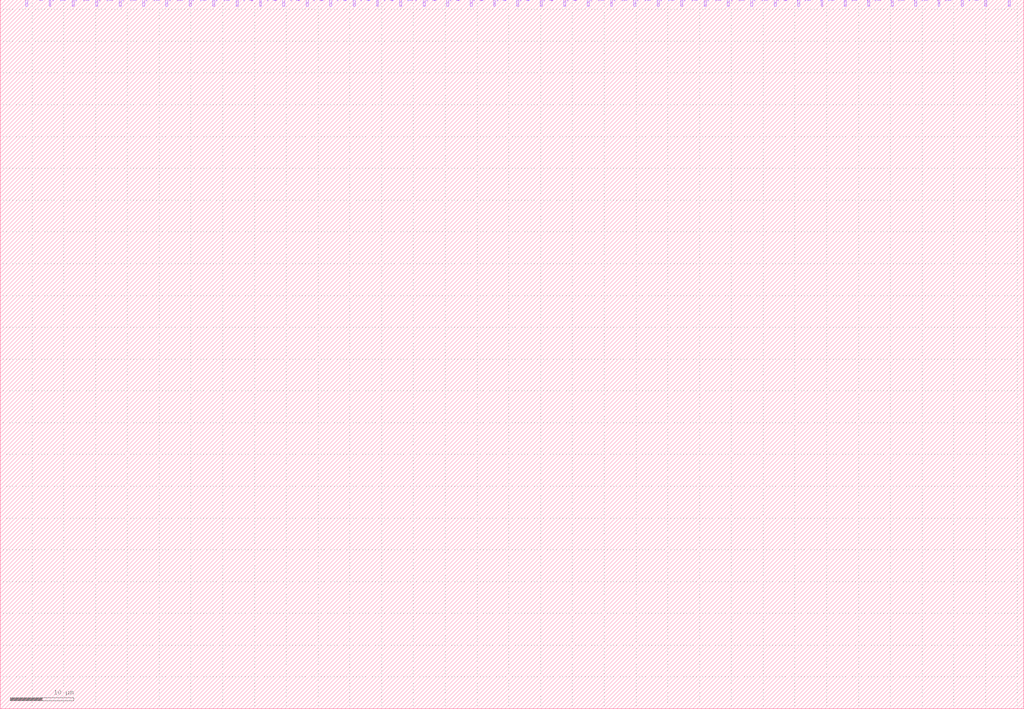
<source format=lef>
VERSION 5.7 ;
  NOWIREEXTENSIONATPIN ON ;
  DIVIDERCHAR "/" ;
  BUSBITCHARS "[]" ;
MACRO tt_um_noahgwood_qrng
  CLASS BLOCK ;
  FOREIGN tt_um_noahgwood_qrng ;
  ORIGIN 0.000 0.000 ;
  SIZE 161.000 BY 111.520 ;
  PIN clk
    DIRECTION INPUT ;
    USE SIGNAL ;
    PORT
      LAYER met4 ;
        RECT 154.870 110.520 155.170 111.520 ;
    END
  END clk
  PIN ena
    DIRECTION INPUT ;
    USE SIGNAL ;
    PORT
      LAYER met4 ;
        RECT 158.550 110.520 158.850 111.520 ;
    END
  END ena
  PIN rst_n
    DIRECTION INPUT ;
    USE SIGNAL ;
    PORT
      LAYER met4 ;
        RECT 151.190 110.520 151.490 111.520 ;
    END
  END rst_n
  PIN ui_in[0]
    DIRECTION INPUT ;
    USE SIGNAL ;
    PORT
      LAYER met4 ;
        RECT 147.510 110.520 147.810 111.520 ;
    END
  END ui_in[0]
  PIN ui_in[1]
    DIRECTION INPUT ;
    USE SIGNAL ;
    PORT
      LAYER met4 ;
        RECT 143.830 110.520 144.130 111.520 ;
    END
  END ui_in[1]
  PIN ui_in[2]
    DIRECTION INPUT ;
    USE SIGNAL ;
    PORT
      LAYER met4 ;
        RECT 140.150 110.520 140.450 111.520 ;
    END
  END ui_in[2]
  PIN ui_in[3]
    DIRECTION INPUT ;
    USE SIGNAL ;
    PORT
      LAYER met4 ;
        RECT 136.470 110.520 136.770 111.520 ;
    END
  END ui_in[3]
  PIN ui_in[4]
    DIRECTION INPUT ;
    USE SIGNAL ;
    PORT
      LAYER met4 ;
        RECT 132.790 110.520 133.090 111.520 ;
    END
  END ui_in[4]
  PIN ui_in[5]
    DIRECTION INPUT ;
    USE SIGNAL ;
    PORT
      LAYER met4 ;
        RECT 129.110 110.520 129.410 111.520 ;
    END
  END ui_in[5]
  PIN ui_in[6]
    DIRECTION INPUT ;
    USE SIGNAL ;
    PORT
      LAYER met4 ;
        RECT 125.430 110.520 125.730 111.520 ;
    END
  END ui_in[6]
  PIN ui_in[7]
    DIRECTION INPUT ;
    USE SIGNAL ;
    PORT
      LAYER met4 ;
        RECT 121.750 110.520 122.050 111.520 ;
    END
  END ui_in[7]
  PIN uio_in[0]
    DIRECTION INPUT ;
    USE SIGNAL ;
    PORT
      LAYER met4 ;
        RECT 118.070 110.520 118.370 111.520 ;
    END
  END uio_in[0]
  PIN uio_in[1]
    DIRECTION INPUT ;
    USE SIGNAL ;
    PORT
      LAYER met4 ;
        RECT 114.390 110.520 114.690 111.520 ;
    END
  END uio_in[1]
  PIN uio_in[2]
    DIRECTION INPUT ;
    USE SIGNAL ;
    PORT
      LAYER met4 ;
        RECT 110.710 110.520 111.010 111.520 ;
    END
  END uio_in[2]
  PIN uio_in[3]
    DIRECTION INPUT ;
    USE SIGNAL ;
    PORT
      LAYER met4 ;
        RECT 107.030 110.520 107.330 111.520 ;
    END
  END uio_in[3]
  PIN uio_in[4]
    DIRECTION INPUT ;
    USE SIGNAL ;
    PORT
      LAYER met4 ;
        RECT 103.350 110.520 103.650 111.520 ;
    END
  END uio_in[4]
  PIN uio_in[5]
    DIRECTION INPUT ;
    USE SIGNAL ;
    PORT
      LAYER met4 ;
        RECT 99.670 110.520 99.970 111.520 ;
    END
  END uio_in[5]
  PIN uio_in[6]
    DIRECTION INPUT ;
    USE SIGNAL ;
    PORT
      LAYER met4 ;
        RECT 95.990 110.520 96.290 111.520 ;
    END
  END uio_in[6]
  PIN uio_in[7]
    DIRECTION INPUT ;
    USE SIGNAL ;
    PORT
      LAYER met4 ;
        RECT 92.310 110.520 92.610 111.520 ;
    END
  END uio_in[7]
  PIN uio_oe[0]
    DIRECTION OUTPUT TRISTATE ;
    USE SIGNAL ;
    PORT
      LAYER met4 ;
        RECT 29.750 110.520 30.050 111.520 ;
    END
  END uio_oe[0]
  PIN uio_oe[1]
    DIRECTION OUTPUT TRISTATE ;
    USE SIGNAL ;
    PORT
      LAYER met4 ;
        RECT 26.070 110.520 26.370 111.520 ;
    END
  END uio_oe[1]
  PIN uio_oe[2]
    DIRECTION OUTPUT TRISTATE ;
    USE SIGNAL ;
    PORT
      LAYER met4 ;
        RECT 22.390 110.520 22.690 111.520 ;
    END
  END uio_oe[2]
  PIN uio_oe[3]
    DIRECTION OUTPUT TRISTATE ;
    USE SIGNAL ;
    PORT
      LAYER met4 ;
        RECT 18.710 110.520 19.010 111.520 ;
    END
  END uio_oe[3]
  PIN uio_oe[4]
    DIRECTION OUTPUT TRISTATE ;
    USE SIGNAL ;
    PORT
      LAYER met4 ;
        RECT 15.030 110.520 15.330 111.520 ;
    END
  END uio_oe[4]
  PIN uio_oe[5]
    DIRECTION OUTPUT TRISTATE ;
    USE SIGNAL ;
    PORT
      LAYER met4 ;
        RECT 11.350 110.520 11.650 111.520 ;
    END
  END uio_oe[5]
  PIN uio_oe[6]
    DIRECTION OUTPUT TRISTATE ;
    USE SIGNAL ;
    PORT
      LAYER met4 ;
        RECT 7.670 110.520 7.970 111.520 ;
    END
  END uio_oe[6]
  PIN uio_oe[7]
    DIRECTION OUTPUT TRISTATE ;
    USE SIGNAL ;
    PORT
      LAYER met4 ;
        RECT 3.990 110.520 4.290 111.520 ;
    END
  END uio_oe[7]
  PIN uio_out[0]
    DIRECTION OUTPUT TRISTATE ;
    USE SIGNAL ;
    PORT
      LAYER met4 ;
        RECT 59.190 110.520 59.490 111.520 ;
    END
  END uio_out[0]
  PIN uio_out[1]
    DIRECTION OUTPUT TRISTATE ;
    USE SIGNAL ;
    PORT
      LAYER met4 ;
        RECT 55.510 110.520 55.810 111.520 ;
    END
  END uio_out[1]
  PIN uio_out[2]
    DIRECTION OUTPUT TRISTATE ;
    USE SIGNAL ;
    PORT
      LAYER met4 ;
        RECT 51.830 110.520 52.130 111.520 ;
    END
  END uio_out[2]
  PIN uio_out[3]
    DIRECTION OUTPUT TRISTATE ;
    USE SIGNAL ;
    PORT
      LAYER met4 ;
        RECT 48.150 110.520 48.450 111.520 ;
    END
  END uio_out[3]
  PIN uio_out[4]
    DIRECTION OUTPUT TRISTATE ;
    USE SIGNAL ;
    PORT
      LAYER met4 ;
        RECT 44.470 110.520 44.770 111.520 ;
    END
  END uio_out[4]
  PIN uio_out[5]
    DIRECTION OUTPUT TRISTATE ;
    USE SIGNAL ;
    PORT
      LAYER met4 ;
        RECT 40.790 110.520 41.090 111.520 ;
    END
  END uio_out[5]
  PIN uio_out[6]
    DIRECTION OUTPUT TRISTATE ;
    USE SIGNAL ;
    PORT
      LAYER met4 ;
        RECT 37.110 110.520 37.410 111.520 ;
    END
  END uio_out[6]
  PIN uio_out[7]
    DIRECTION OUTPUT TRISTATE ;
    USE SIGNAL ;
    PORT
      LAYER met4 ;
        RECT 33.430 110.520 33.730 111.520 ;
    END
  END uio_out[7]
  PIN uo_out[0]
    DIRECTION OUTPUT TRISTATE ;
    USE SIGNAL ;
    PORT
      LAYER met4 ;
        RECT 88.630 110.520 88.930 111.520 ;
    END
  END uo_out[0]
  PIN uo_out[1]
    DIRECTION OUTPUT TRISTATE ;
    USE SIGNAL ;
    PORT
      LAYER met4 ;
        RECT 84.950 110.520 85.250 111.520 ;
    END
  END uo_out[1]
  PIN uo_out[2]
    DIRECTION OUTPUT TRISTATE ;
    USE SIGNAL ;
    PORT
      LAYER met4 ;
        RECT 81.270 110.520 81.570 111.520 ;
    END
  END uo_out[2]
  PIN uo_out[3]
    DIRECTION OUTPUT TRISTATE ;
    USE SIGNAL ;
    PORT
      LAYER met4 ;
        RECT 77.590 110.520 77.890 111.520 ;
    END
  END uo_out[3]
  PIN uo_out[4]
    DIRECTION OUTPUT TRISTATE ;
    USE SIGNAL ;
    PORT
      LAYER met4 ;
        RECT 73.910 110.520 74.210 111.520 ;
    END
  END uo_out[4]
  PIN uo_out[5]
    DIRECTION OUTPUT TRISTATE ;
    USE SIGNAL ;
    PORT
      LAYER met4 ;
        RECT 70.230 110.520 70.530 111.520 ;
    END
  END uo_out[5]
  PIN uo_out[6]
    DIRECTION OUTPUT TRISTATE ;
    USE SIGNAL ;
    PORT
      LAYER met4 ;
        RECT 66.550 110.520 66.850 111.520 ;
    END
  END uo_out[6]
  PIN uo_out[7]
    DIRECTION OUTPUT TRISTATE ;
    USE SIGNAL ;
    PORT
      LAYER met4 ;
        RECT 62.870 110.520 63.170 111.520 ;
    END
  END uo_out[7]
END tt_um_noahgwood_qrng
END LIBRARY


</source>
